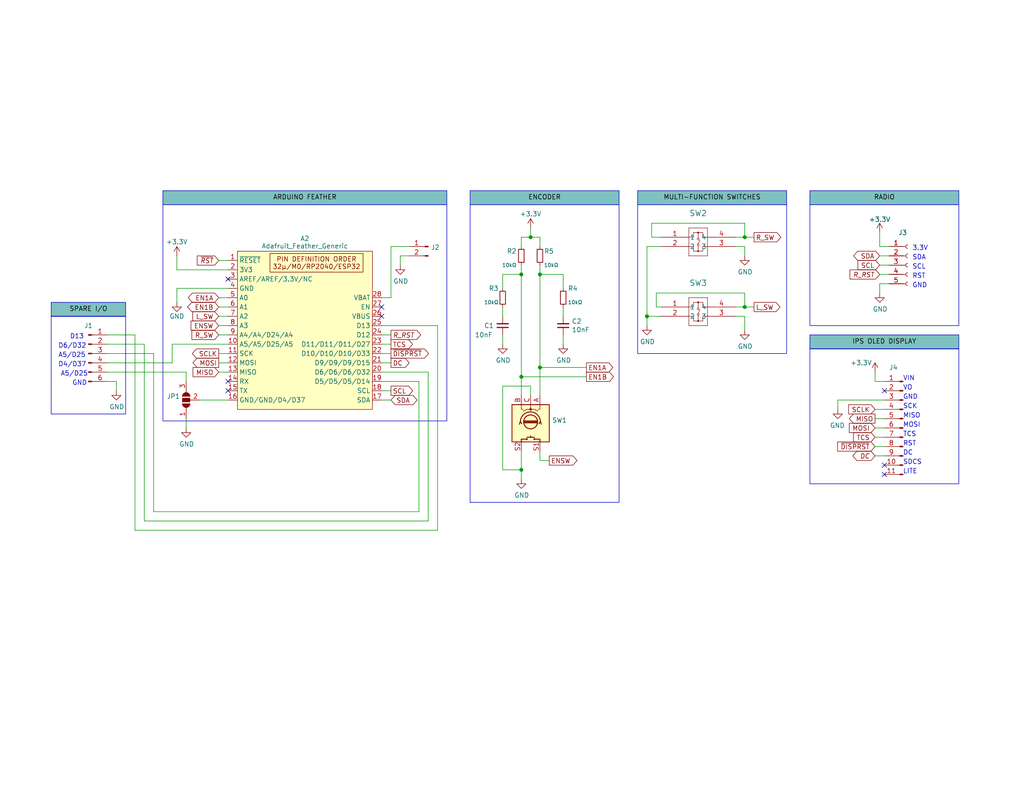
<source format=kicad_sch>
(kicad_sch (version 20230121) (generator eeschema)
  (paper "USLetter")
  (title_block (title "SI4732 RADIO CONTROLLER") (date "2023-01-29") (rev "Original") (comment 1 "Through Hole (TH) Design") (comment 2 "By: Nancy Gail Daniels - AD5EU"))
  (lib_symbols
    (symbol "+3.3V_1" (power) (pin_names (offset 0))
      (property "Value" "+3.3V_1" (at 0 3.556 0))
      (symbol "+3.3V_1_0_1"
        (polyline (pts (xy -0.762 1.27) (xy 0 2.54)))
        (polyline (pts (xy 0 0) (xy 0 2.54)))
        (polyline (pts (xy 0 2.54) (xy 0.762 1.27)))
      )
      (symbol "+3.3V_1_1_1"
        (pin power_in line (at 0 0 90) (length 0) hide (name "+3.3V") (number "1"))
      )
    )
    (symbol "+3.3V_7" (power) (pin_names (offset 0))
      (property "Value" "+3.3V_7" (at 0 3.556 0))
      (symbol "+3.3V_7_0_1"
        (polyline (pts (xy -0.762 1.27) (xy 0 2.54)))
        (polyline (pts (xy 0 0) (xy 0 2.54)))
        (polyline (pts (xy 0 2.54) (xy 0.762 1.27)))
      )
      (symbol "+3.3V_7_1_1"
        (pin power_in line (at 0 0 90) (length 0) hide (name "+3.3V") (number "1"))
      )
    )
    (symbol "Connector:Conn_01x02_Pin" (pin_names (offset 1.016) hide)
      (property "Reference" "J" (at 0 2.54 0))
      (property "Value" "Conn_01x02_Pin" (at 0 -5.08 0))
      (symbol "Conn_01x02_Pin_1_1"
        (polyline (pts (xy 1.27 -2.54) (xy 0.8636 -2.54)) (stroke (width 0.1524)))
        (polyline (pts (xy 1.27 0) (xy 0.8636 0)) (stroke (width 0.1524)))
        (rectangle (start 0.8636 -2.413) (end 0 -2.667) (stroke (width 0.1524)) (fill (type outline)))
        (rectangle (start 0.8636 0.127) (end 0 -0.127) (stroke (width 0.1524)) (fill (type outline)))
        (pin passive line (at 5.08 0 180) (length 3.81) (name "Pin_1") (number "1"))
        (pin passive line (at 5.08 -2.54 180) (length 3.81) (name "Pin_2") (number "2"))
      )
    )
    (symbol "Connector:Conn_01x05_Socket" (pin_names (offset 1.016) hide)
      (property "Reference" "J" (at 0 7.62 0))
      (property "Value" "Conn_01x05_Socket" (at 0 -7.62 0))
      (symbol "Conn_01x05_Socket_1_1"
        (arc (start 0 -4.572) (mid -0.5058 -5.08) (end 0 -5.588) (stroke (width 0.1524)))
        (arc (start 0 -2.032) (mid -0.5058 -2.54) (end 0 -3.048) (stroke (width 0.1524)))
        (polyline (pts (xy -1.27 -5.08) (xy -0.508 -5.08)) (stroke (width 0.1524)))
        (polyline (pts (xy -1.27 -2.54) (xy -0.508 -2.54)) (stroke (width 0.1524)))
        (polyline (pts (xy -1.27 0) (xy -0.508 0)) (stroke (width 0.1524)))
        (polyline (pts (xy -1.27 2.54) (xy -0.508 2.54)) (stroke (width 0.1524)))
        (polyline (pts (xy -1.27 5.08) (xy -0.508 5.08)) (stroke (width 0.1524)))
        (arc (start 0 0.508) (mid -0.5058 0) (end 0 -0.508) (stroke (width 0.1524)))
        (arc (start 0 3.048) (mid -0.5058 2.54) (end 0 2.032) (stroke (width 0.1524)))
        (arc (start 0 5.588) (mid -0.5058 5.08) (end 0 4.572) (stroke (width 0.1524)))
        (pin passive line (at -5.08 5.08 0) (length 3.81) (name "Pin_1") (number "1"))
        (pin passive line (at -5.08 2.54 0) (length 3.81) (name "Pin_2") (number "2"))
        (pin passive line (at -5.08 0 0) (length 3.81) (name "Pin_3") (number "3"))
        (pin passive line (at -5.08 -2.54 0) (length 3.81) (name "Pin_4") (number "4"))
        (pin passive line (at -5.08 -5.08 0) (length 3.81) (name "Pin_5") (number "5"))
      )
    )
    (symbol "Connector:Conn_01x06_Pin" (pin_names (offset 1.016) hide)
      (property "Reference" "J" (at 0 7.62 0))
      (property "Value" "Conn_01x06_Pin" (at 0 -10.16 0))
      (symbol "Conn_01x06_Pin_1_1"
        (polyline (pts (xy 1.27 -7.62) (xy 0.8636 -7.62)) (stroke (width 0.1524)))
        (polyline (pts (xy 1.27 -5.08) (xy 0.8636 -5.08)) (stroke (width 0.1524)))
        (polyline (pts (xy 1.27 -2.54) (xy 0.8636 -2.54)) (stroke (width 0.1524)))
        (polyline (pts (xy 1.27 0) (xy 0.8636 0)) (stroke (width 0.1524)))
        (polyline (pts (xy 1.27 2.54) (xy 0.8636 2.54)) (stroke (width 0.1524)))
        (polyline (pts (xy 1.27 5.08) (xy 0.8636 5.08)) (stroke (width 0.1524)))
        (rectangle (start 0.8636 -7.493) (end 0 -7.747) (stroke (width 0.1524)) (fill (type outline)))
        (rectangle (start 0.8636 -4.953) (end 0 -5.207) (stroke (width 0.1524)) (fill (type outline)))
        (rectangle (start 0.8636 -2.413) (end 0 -2.667) (stroke (width 0.1524)) (fill (type outline)))
        (rectangle (start 0.8636 0.127) (end 0 -0.127) (stroke (width 0.1524)) (fill (type outline)))
        (rectangle (start 0.8636 2.667) (end 0 2.413) (stroke (width 0.1524)) (fill (type outline)))
        (rectangle (start 0.8636 5.207) (end 0 4.953) (stroke (width 0.1524)) (fill (type outline)))
        (pin passive line (at 5.08 5.08 180) (length 3.81) (name "Pin_1") (number "1"))
        (pin passive line (at 5.08 2.54 180) (length 3.81) (name "Pin_2") (number "2"))
        (pin passive line (at 5.08 0 180) (length 3.81) (name "Pin_3") (number "3"))
        (pin passive line (at 5.08 -2.54 180) (length 3.81) (name "Pin_4") (number "4"))
        (pin passive line (at 5.08 -5.08 180) (length 3.81) (name "Pin_5") (number "5"))
        (pin passive line (at 5.08 -7.62 180) (length 3.81) (name "Pin_6") (number "6"))
      )
    )
    (symbol "Connector:Conn_01x11_Male" (pin_names (offset 1.016) hide)
      (property "Reference" "J" (at 0 15.24 0))
      (property "Value" "Conn_01x11_Male" (at 0 -15.24 0))
      (symbol "Conn_01x11_Male_1_1"
        (polyline (pts (xy 1.27 -12.7) (xy 0.8636 -12.7)) (stroke (width 0.1524)))
        (polyline (pts (xy 1.27 -10.16) (xy 0.8636 -10.16)) (stroke (width 0.1524)))
        (polyline (pts (xy 1.27 -7.62) (xy 0.8636 -7.62)) (stroke (width 0.1524)))
        (polyline (pts (xy 1.27 -5.08) (xy 0.8636 -5.08)) (stroke (width 0.1524)))
        (polyline (pts (xy 1.27 -2.54) (xy 0.8636 -2.54)) (stroke (width 0.1524)))
        (polyline (pts (xy 1.27 0) (xy 0.8636 0)) (stroke (width 0.1524)))
        (polyline (pts (xy 1.27 2.54) (xy 0.8636 2.54)) (stroke (width 0.1524)))
        (polyline (pts (xy 1.27 5.08) (xy 0.8636 5.08)) (stroke (width 0.1524)))
        (polyline (pts (xy 1.27 7.62) (xy 0.8636 7.62)) (stroke (width 0.1524)))
        (polyline (pts (xy 1.27 10.16) (xy 0.8636 10.16)) (stroke (width 0.1524)))
        (polyline (pts (xy 1.27 12.7) (xy 0.8636 12.7)) (stroke (width 0.1524)))
        (rectangle (start 0.8636 -12.573) (end 0 -12.827) (stroke (width 0.1524)) (fill (type outline)))
        (rectangle (start 0.8636 -10.033) (end 0 -10.287) (stroke (width 0.1524)) (fill (type outline)))
        (rectangle (start 0.8636 -7.493) (end 0 -7.747) (stroke (width 0.1524)) (fill (type outline)))
        (rectangle (start 0.8636 -4.953) (end 0 -5.207) (stroke (width 0.1524)) (fill (type outline)))
        (rectangle (start 0.8636 -2.413) (end 0 -2.667) (stroke (width 0.1524)) (fill (type outline)))
        (rectangle (start 0.8636 0.127) (end 0 -0.127) (stroke (width 0.1524)) (fill (type outline)))
        (rectangle (start 0.8636 2.667) (end 0 2.413) (stroke (width 0.1524)) (fill (type outline)))
        (rectangle (start 0.8636 5.207) (end 0 4.953) (stroke (width 0.1524)) (fill (type outline)))
        (rectangle (start 0.8636 7.747) (end 0 7.493) (stroke (width 0.1524)) (fill (type outline)))
        (rectangle (start 0.8636 10.287) (end 0 10.033) (stroke (width 0.1524)) (fill (type outline)))
        (rectangle (start 0.8636 12.827) (end 0 12.573) (stroke (width 0.1524)) (fill (type outline)))
        (pin passive line (at 5.08 12.7 180) (length 3.81) (name "Pin_1") (number "1"))
        (pin passive line (at 5.08 -10.16 180) (length 3.81) (name "Pin_10") (number "10"))
        (pin passive line (at 5.08 -12.7 180) (length 3.81) (name "Pin_11") (number "11"))
        (pin passive line (at 5.08 10.16 180) (length 3.81) (name "Pin_2") (number "2"))
        (pin passive line (at 5.08 7.62 180) (length 3.81) (name "Pin_3") (number "3"))
        (pin passive line (at 5.08 5.08 180) (length 3.81) (name "Pin_4") (number "4"))
        (pin passive line (at 5.08 2.54 180) (length 3.81) (name "Pin_5") (number "5"))
        (pin passive line (at 5.08 0 180) (length 3.81) (name "Pin_6") (number "6"))
        (pin passive line (at 5.08 -2.54 180) (length 3.81) (name "Pin_7") (number "7"))
        (pin passive line (at 5.08 -5.08 180) (length 3.81) (name "Pin_8") (number "8"))
        (pin passive line (at 5.08 -7.62 180) (length 3.81) (name "Pin_9") (number "9"))
      )
    )
    (symbol "D6R00F1LFS:D6R90F1LFS" (pin_names (offset 0.254))
      (property "Reference" "SW" (at 10.16 7.62 0))
      (property "Value" "D6R90F1LFS" (at 10.16 5.08 0))
      (symbol "D6R90F1LFS_0_1"
        (polyline (pts (xy 7.62 -5.08) (xy 12.7 -5.08)) (stroke (width 0.127)))
        (polyline (pts (xy 7.62 -2.54) (xy 8.89 -2.54)) (stroke (width 0.127)))
        (polyline (pts (xy 7.62 0) (xy 8.89 0)) (stroke (width 0.127)))
        (polyline (pts (xy 7.62 2.54) (xy 7.62 -5.08)) (stroke (width 0.127)))
        (polyline (pts (xy 8.89 -3.81) (xy 11.43 -3.81)) (stroke (width 0.127)))
        (polyline (pts (xy 8.89 -2.54) (xy 8.89 -3.81)) (stroke (width 0.127)))
        (polyline (pts (xy 8.89 1.27) (xy 8.89 0)) (stroke (width 0.127)))
        (polyline (pts (xy 8.89 1.27) (xy 11.43 1.27)) (stroke (width 0.127)))
        (polyline (pts (xy 10.16 -2.286) (xy 10.16 -3.81)) (stroke (width 0.127)))
        (polyline (pts (xy 10.16 -1.778) (xy 10.668 -0.762)) (stroke (width 0.127)))
        (polyline (pts (xy 10.16 1.27) (xy 10.16 -0.254)) (stroke (width 0.127)))
        (polyline (pts (xy 11.43 -3.81) (xy 11.43 -2.54)) (stroke (width 0.127)))
        (polyline (pts (xy 11.43 -2.54) (xy 12.7 -2.54)) (stroke (width 0.127)))
        (polyline (pts (xy 11.43 0) (xy 12.7 0)) (stroke (width 0.127)))
        (polyline (pts (xy 11.43 1.27) (xy 11.43 0)) (stroke (width 0.127)))
        (polyline (pts (xy 12.7 -5.08) (xy 12.7 2.54)) (stroke (width 0.127)))
        (polyline (pts (xy 12.7 2.54) (xy 7.62 2.54)) (stroke (width 0.127)))
        (circle (center 10.16 -3.81) (radius 0.127) (stroke (width 0.254)))
        (circle (center 10.16 -2.032) (radius 0.254) (stroke (width 0.127)))
        (circle (center 10.16 -0.508) (radius 0.254) (stroke (width 0.127)))
        (circle (center 10.16 1.27) (radius 0.127) (stroke (width 0.254)))
        (pin unspecified line (at 0 0 0) (length 7.62) (name "1") (number "1"))
        (pin unspecified line (at 0 -2.54 0) (length 7.62) (name "2") (number "2"))
        (pin unspecified line (at 20.32 -2.54 180) (length 7.62) (name "3") (number "3"))
        (pin unspecified line (at 20.32 0 180) (length 7.62) (name "4") (number "4"))
      )
    )
    (symbol "Device:C_Small" (pin_numbers hide) (pin_names (offset 0.254) hide)
      (property "Reference" "C" (at 0.254 1.778 0))
      (property "Value" "C_Small" (at 0.254 -2.032 0))
      (symbol "C_Small_0_1"
        (polyline (pts (xy -1.524 -0.508) (xy 1.524 -0.508)) (stroke (width 0.3302)))
        (polyline (pts (xy -1.524 0.508) (xy 1.524 0.508)) (stroke (width 0.3048)))
      )
      (symbol "C_Small_1_1"
        (pin passive line (at 0 2.54 270) (length 2.032) (name "~") (number "1"))
        (pin passive line (at 0 -2.54 90) (length 2.032) (name "~") (number "2"))
      )
    )
    (symbol "Device:R_Small" (pin_numbers hide) (pin_names (offset 0.254) hide)
      (property "Reference" "R" (at 0.762 0.508 0))
      (property "Value" "R_Small" (at 0.762 -1.016 0))
      (symbol "R_Small_0_1"
        (rectangle (start -0.762 1.778) (end 0.762 -1.778) (stroke (width 0.2032)))
      )
      (symbol "R_Small_1_1"
        (pin passive line (at 0 2.54 270) (length 0.762) (name "~") (number "1"))
        (pin passive line (at 0 -2.54 90) (length 0.762) (name "~") (number "2"))
      )
    )
    (symbol "Device:RotaryEncoder_Switch" (pin_names (offset 0.254) hide)
      (property "Reference" "SW" (at 0 6.604 0))
      (property "Value" "RotaryEncoder_Switch" (at 0 -6.604 0))
      (symbol "RotaryEncoder_Switch_0_1"
        (rectangle (start -5.08 5.08) (end 5.08 -5.08) (stroke (width 0.254)) (fill (type background)))
        (circle (center -3.81 0) (radius 0.254) (fill (type outline)))
        (circle (center -0.381 0) (radius 1.905) (stroke (width 0.254)))
        (arc (start -0.381 2.667) (mid -3.0988 -0.0635) (end -0.381 -2.794) (stroke (width 0.254)))
        (polyline (pts (xy -0.635 -1.778) (xy -0.635 1.778)) (stroke (width 0.254)))
        (polyline (pts (xy -0.381 -1.778) (xy -0.381 1.778)) (stroke (width 0.254)))
        (polyline (pts (xy -0.127 1.778) (xy -0.127 -1.778)) (stroke (width 0.254)))
        (polyline (pts (xy 3.81 0) (xy 3.429 0)) (stroke (width 0.254)))
        (polyline (pts (xy 3.81 1.016) (xy 3.81 -1.016)) (stroke (width 0.254)))
        (polyline (pts (xy -5.08 -2.54) (xy -3.81 -2.54) (xy -3.81 -2.032)))
        (polyline (pts (xy -5.08 2.54) (xy -3.81 2.54) (xy -3.81 2.032)))
        (polyline (pts (xy 0.254 -3.048) (xy -0.508 -2.794) (xy 0.127 -2.413)) (stroke (width 0.254)))
        (polyline (pts (xy 0.254 2.921) (xy -0.508 2.667) (xy 0.127 2.286)) (stroke (width 0.254)))
        (polyline (pts (xy 5.08 -2.54) (xy 4.318 -2.54) (xy 4.318 -1.016)) (stroke (width 0.254)))
        (polyline (pts (xy 5.08 2.54) (xy 4.318 2.54) (xy 4.318 1.016)) (stroke (width 0.254)))
        (polyline (pts (xy -5.08 0) (xy -3.81 0) (xy -3.81 -1.016) (xy -3.302 -2.032)))
        (polyline (pts (xy -4.318 0) (xy -3.81 0) (xy -3.81 1.016) (xy -3.302 2.032)))
        (circle (center 4.318 -1.016) (radius 0.127) (stroke (width 0.254)))
        (circle (center 4.318 1.016) (radius 0.127) (stroke (width 0.254)))
      )
      (symbol "RotaryEncoder_Switch_1_1"
        (pin passive line (at -7.62 2.54 0) (length 2.54) (name "A") (number "A"))
        (pin passive line (at -7.62 -2.54 0) (length 2.54) (name "B") (number "B"))
        (pin passive line (at -7.62 0 0) (length 2.54) (name "C") (number "C"))
        (pin passive line (at 7.62 2.54 180) (length 2.54) (name "S1") (number "S1"))
        (pin passive line (at 7.62 -2.54 180) (length 2.54) (name "S2") (number "S2"))
      )
    )
    (symbol "FeatherGeneric:Adafruit_Feather_Generic"
      (property "Reference" "A" (at 17.78 39.37 0))
      (property "Value" "Adafruit_Feather_Generic" (at -35.56 30.48 0))
      (symbol "Adafruit_Feather_Generic_1_1"
        (rectangle (start -41.91 27.94) (end -5.08 -15.24) (fill (type background)))
        (rectangle (start -33.02 27.305) (end -7.62 22.225))
        (text "PIN DEFINITION ORDER\n32µ/M0/RP2040/ESP32" (at -20.32 24.765 0) (effects (font (size 1.27 1.27))))
        (pin input line (at -44.45 25.4 0) (length 2.54) (name "~{RESET}") (number "1"))
        (pin bidirectional line (at -44.45 2.54 0) (length 2.54) (name "A5/A5/D25/A5") (number "10"))
        (pin bidirectional line (at -44.45 0 0) (length 2.54) (name "SCK") (number "11"))
        (pin bidirectional line (at -44.45 -2.54 0) (length 2.54) (name "MOSI") (number "12"))
        (pin bidirectional line (at -44.45 -5.08 0) (length 2.54) (name "MISO") (number "13"))
        (pin bidirectional line (at -44.45 -7.62 0) (length 2.54) (name "RX") (number "14"))
        (pin bidirectional line (at -44.45 -10.16 0) (length 2.54) (name "TX") (number "15"))
        (pin bidirectional line (at -44.45 -12.7 0) (length 2.54) (name "GND/GND/D4/D37") (number "16"))
        (pin bidirectional line (at -2.54 -12.7 180) (length 2.54) (name "SDA") (number "17"))
        (pin bidirectional line (at -2.54 -10.16 180) (length 2.54) (name "SCL") (number "18"))
        (pin bidirectional line (at -2.54 -7.62 180) (length 2.54) (name "D5/D5/D5/D14") (number "19"))
        (pin power_out line (at -44.45 22.86 0) (length 2.54) (name "3V3") (number "2"))
        (pin bidirectional line (at -2.54 -5.08 180) (length 2.54) (name "D6/D6/D6/D32") (number "20"))
        (pin bidirectional line (at -2.54 -2.54 180) (length 2.54) (name "D9/D9/D9/D15") (number "21"))
        (pin bidirectional line (at -2.54 0 180) (length 2.54) (name "D10/D10/D10/D33") (number "22"))
        (pin bidirectional line (at -2.54 2.54 180) (length 2.54) (name "D11/D11/D11/D27") (number "23"))
        (pin bidirectional line (at -2.54 5.08 180) (length 2.54) (name "D12") (number "24"))
        (pin bidirectional line (at -2.54 7.62 180) (length 2.54) (name "D13") (number "25"))
        (pin power_out line (at -2.54 10.16 180) (length 2.54) (name "VBUS") (number "26"))
        (pin input line (at -2.54 12.7 180) (length 2.54) (name "EN") (number "27"))
        (pin power_in line (at -2.54 15.24 180) (length 2.54) (name "VBAT") (number "28"))
        (pin no_connect line (at -44.45 20.32 0) (length 2.54) (name "AREF/AREF/3.3V/NC") (number "3"))
        (pin power_out line (at -44.45 17.78 0) (length 2.54) (name "GND") (number "4"))
        (pin bidirectional line (at -44.45 15.24 0) (length 2.54) (name "A0") (number "5"))
        (pin bidirectional line (at -44.45 12.7 0) (length 2.54) (name "A1") (number "6"))
        (pin bidirectional line (at -44.45 10.16 0) (length 2.54) (name "A2") (number "7"))
        (pin bidirectional line (at -44.45 7.62 0) (length 2.54) (name "A3") (number "8"))
        (pin bidirectional line (at -44.45 5.08 0) (length 2.54) (name "A4/A4/D24/A4") (number "9"))
      )
    )
    (symbol "GND_11" (power) (pin_names (offset 0))
      (property "Value" "GND_11" (at 0 -3.81 0))
      (symbol "GND_11_0_1"
        (polyline (pts (xy 0 0) (xy 0 -1.27) (xy 1.27 -1.27) (xy 0 -2.54) (xy -1.27 -1.27) (xy 0 -1.27)))
      )
      (symbol "GND_11_1_1"
        (pin power_in line (at 0 0 270) (length 0) hide (name "GND") (number "1"))
      )
    )
    (symbol "Jumper:SolderJumper_3_Open" (pin_names (offset 0) hide)
      (property "Reference" "JP" (at -2.54 -2.54 0))
      (property "Value" "SolderJumper_3_Open" (at 0 2.794 0))
      (symbol "SolderJumper_3_Open_0_1"
        (arc (start -1.016 1.016) (mid -2.0276 0) (end -1.016 -1.016))
        (arc (start -1.016 1.016) (mid -2.0276 0) (end -1.016 -1.016) (fill (type outline)))
        (rectangle (start -0.508 1.016) (end 0.508 -1.016) (fill (type outline)))
        (polyline (pts (xy -2.54 0) (xy -2.032 0)))
        (polyline (pts (xy -1.016 1.016) (xy -1.016 -1.016)))
        (polyline (pts (xy 0 -1.27) (xy 0 -1.016)))
        (polyline (pts (xy 1.016 1.016) (xy 1.016 -1.016)))
        (polyline (pts (xy 2.54 0) (xy 2.032 0)))
        (arc (start 1.016 -1.016) (mid 2.0276 0) (end 1.016 1.016))
        (arc (start 1.016 -1.016) (mid 2.0276 0) (end 1.016 1.016) (fill (type outline)))
      )
      (symbol "SolderJumper_3_Open_1_1"
        (pin passive line (at -5.08 0 0) (length 2.54) (name "A") (number "1"))
        (pin passive line (at 0 -3.81 90) (length 2.54) (name "C") (number "2"))
        (pin passive line (at 5.08 0 180) (length 2.54) (name "B") (number "3"))
      )
    )
    (symbol "power:+3.3V" (power) (pin_names (offset 0))
      (property "Value" "+3.3V" (at 0 3.556 0))
      (symbol "+3.3V_0_1"
        (polyline (pts (xy -0.762 1.27) (xy 0 2.54)))
        (polyline (pts (xy 0 0) (xy 0 2.54)))
        (polyline (pts (xy 0 2.54) (xy 0.762 1.27)))
      )
      (symbol "+3.3V_1_1"
        (pin power_in line (at 0 0 90) (length 0) hide (name "+3.3V") (number "1"))
      )
    )
    (symbol "power:GND" (power) (pin_names (offset 0))
      (property "Value" "GND" (at 0 -3.81 0))
      (symbol "GND_0_1"
        (polyline (pts (xy 0 0) (xy 0 -1.27) (xy 1.27 -1.27) (xy 0 -2.54) (xy -1.27 -1.27) (xy 0 -1.27)))
      )
      (symbol "GND_1_1"
        (pin power_in line (at 0 0 270) (length 0) hide (name "GND") (number "1"))
      )
    )
  )
  (junction (at 176.53 86.36))
  (junction (at 147.32 74.93))
  (junction (at 203.2 64.77))
  (junction (at 142.24 74.93))
  (junction (at 144.78 64.77))
  (junction (at 142.24 128.27))
  (junction (at 147.32 100.33))
  (junction (at 142.24 102.87))
  (junction (at 203.2 83.82))
  (no_connect (at 241.3 129.54))
  (no_connect (at 62.23 76.2))
  (no_connect (at 104.14 86.36))
  (no_connect (at 62.23 104.14))
  (no_connect (at 62.23 106.68))
  (no_connect (at 104.14 83.82))
  (no_connect (at 241.3 127))
  (no_connect (at 241.3 106.68))
  (wire (pts (xy 39.37 93.98) (xy 39.37 142.24)))
  (wire (pts (xy 240.03 63.5) (xy 240.03 67.31)))
  (wire (pts (xy 142.24 64.77) (xy 142.24 67.31)))
  (wire (pts (xy 104.14 81.28) (xy 106.68 81.28)))
  (wire (pts (xy 59.69 88.9) (xy 62.23 88.9)))
  (wire (pts (xy 180.34 67.31) (xy 176.53 67.31)))
  (wire (pts (xy 147.32 125.73) (xy 149.86 125.73)))
  (wire (pts (xy 29.21 99.06) (xy 46.99 99.06)))
  (wire (pts (xy 137.16 74.93) (xy 142.24 74.93)))
  (wire (pts (xy 242.57 77.47) (xy 240.03 77.47)))
  (wire (pts (xy 50.8 114.3) (xy 50.8 116.84)))
  (wire (pts (xy 59.69 71.12) (xy 62.23 71.12)))
  (wire (pts (xy 29.21 104.14) (xy 31.75 104.14)))
  (wire (pts (xy 106.68 67.31) (xy 111.76 67.31)))
  (wire (pts (xy 54.61 109.22) (xy 62.23 109.22)))
  (wire (pts (xy 137.16 128.27) (xy 142.24 128.27)))
  (wire (pts (xy 203.2 67.31) (xy 203.2 69.85)))
  (wire (pts (xy 59.69 83.82) (xy 62.23 83.82)))
  (wire (pts (xy 116.84 101.6) (xy 116.84 142.24)))
  (wire (pts (xy 147.32 74.93) (xy 147.32 72.39)))
  (wire (pts (xy 137.16 78.74) (xy 137.16 74.93)))
  (wire (pts (xy 104.14 93.98) (xy 106.68 93.98)))
  (wire (pts (xy 46.99 99.06) (xy 46.99 93.98)))
  (wire (pts (xy 106.68 81.28) (xy 106.68 67.31)))
  (wire (pts (xy 50.8 104.14) (xy 50.8 101.6)))
  (wire (pts (xy 104.14 99.06) (xy 106.68 99.06)))
  (wire (pts (xy 176.53 67.31) (xy 176.53 86.36)))
  (wire (pts (xy 238.76 116.84) (xy 241.3 116.84)))
  (wire (pts (xy 203.2 86.36) (xy 203.2 90.17)))
  (wire (pts (xy 144.78 105.41) (xy 137.16 105.41)))
  (wire (pts (xy 144.78 64.77) (xy 144.78 62.23)))
  (wire (pts (xy 31.75 104.14) (xy 31.75 106.68)))
  (wire (pts (xy 238.76 119.38) (xy 241.3 119.38)))
  (wire (pts (xy 177.8 60.96) (xy 203.2 60.96)))
  (wire (pts (xy 142.24 74.93) (xy 142.24 102.87)))
  (wire (pts (xy 137.16 83.82) (xy 137.16 86.36)))
  (wire (pts (xy 240.03 67.31) (xy 242.57 67.31)))
  (wire (pts (xy 48.26 69.85) (xy 48.26 73.66)))
  (wire (pts (xy 203.2 83.82) (xy 205.74 83.82)))
  (wire (pts (xy 137.16 105.41) (xy 137.16 128.27)))
  (wire (pts (xy 203.2 64.77) (xy 200.66 64.77)))
  (wire (pts (xy 104.14 96.52) (xy 106.68 96.52)))
  (wire (pts (xy 240.03 74.93) (xy 242.57 74.93)))
  (wire (pts (xy 144.78 64.77) (xy 142.24 64.77)))
  (wire (pts (xy 104.14 106.68) (xy 106.68 106.68)))
  (wire (pts (xy 238.76 104.14) (xy 241.3 104.14)))
  (wire (pts (xy 180.34 83.82) (xy 179.07 83.82)))
  (wire (pts (xy 137.16 91.44) (xy 137.16 93.98)))
  (wire (pts (xy 238.76 114.3) (xy 241.3 114.3)))
  (wire (pts (xy 29.21 93.98) (xy 39.37 93.98)))
  (wire (pts (xy 142.24 74.93) (xy 142.24 72.39)))
  (wire (pts (xy 238.76 101.6) (xy 238.76 104.14)))
  (wire (pts (xy 142.24 102.87) (xy 142.24 107.95)))
  (wire (pts (xy 153.67 74.93) (xy 153.67 78.74)))
  (wire (pts (xy 46.99 93.98) (xy 62.23 93.98)))
  (wire (pts (xy 238.76 124.46) (xy 241.3 124.46)))
  (wire (pts (xy 203.2 64.77) (xy 205.74 64.77)))
  (wire (pts (xy 147.32 74.93) (xy 153.67 74.93)))
  (wire (pts (xy 41.91 139.7) (xy 41.91 96.52)))
  (wire (pts (xy 240.03 72.39) (xy 242.57 72.39)))
  (wire (pts (xy 104.14 101.6) (xy 116.84 101.6)))
  (wire (pts (xy 59.69 91.44) (xy 62.23 91.44)))
  (wire (pts (xy 116.84 142.24) (xy 39.37 142.24)))
  (wire (pts (xy 29.21 91.44) (xy 36.83 91.44)))
  (wire (pts (xy 48.26 78.74) (xy 48.26 82.55)))
  (wire (pts (xy 238.76 111.76) (xy 241.3 111.76)))
  (wire (pts (xy 144.78 64.77) (xy 147.32 64.77)))
  (wire (pts (xy 203.2 60.96) (xy 203.2 64.77)))
  (wire (pts (xy 142.24 102.87) (xy 160.02 102.87)))
  (wire (pts (xy 109.22 69.85) (xy 111.76 69.85)))
  (wire (pts (xy 119.38 88.9) (xy 119.38 144.78)))
  (wire (pts (xy 59.69 81.28) (xy 62.23 81.28)))
  (wire (pts (xy 147.32 74.93) (xy 147.32 100.33)))
  (wire (pts (xy 147.32 100.33) (xy 160.02 100.33)))
  (wire (pts (xy 62.23 78.74) (xy 48.26 78.74)))
  (wire (pts (xy 203.2 86.36) (xy 200.66 86.36)))
  (wire (pts (xy 119.38 144.78) (xy 36.83 144.78)))
  (wire (pts (xy 242.57 69.85) (xy 240.03 69.85)))
  (wire (pts (xy 177.8 64.77) (xy 177.8 60.96)))
  (wire (pts (xy 200.66 67.31) (xy 203.2 67.31)))
  (wire (pts (xy 238.76 121.92) (xy 241.3 121.92)))
  (wire (pts (xy 62.23 73.66) (xy 48.26 73.66)))
  (wire (pts (xy 142.24 128.27) (xy 142.24 130.81)))
  (wire (pts (xy 29.21 101.6) (xy 50.8 101.6)))
  (wire (pts (xy 144.78 107.95) (xy 144.78 105.41)))
  (wire (pts (xy 104.14 88.9) (xy 119.38 88.9)))
  (wire (pts (xy 176.53 86.36) (xy 180.34 86.36)))
  (wire (pts (xy 59.69 101.6) (xy 62.23 101.6)))
  (wire (pts (xy 109.22 69.85) (xy 109.22 72.39)))
  (wire (pts (xy 240.03 77.47) (xy 240.03 80.01)))
  (wire (pts (xy 36.83 91.44) (xy 36.83 144.78)))
  (wire (pts (xy 179.07 80.01) (xy 203.2 80.01)))
  (wire (pts (xy 228.6 109.22) (xy 228.6 111.76)))
  (wire (pts (xy 104.14 109.22) (xy 106.68 109.22)))
  (wire (pts (xy 203.2 80.01) (xy 203.2 83.82)))
  (wire (pts (xy 59.69 99.06) (xy 62.23 99.06)))
  (wire (pts (xy 41.91 139.7) (xy 114.3 139.7)))
  (wire (pts (xy 114.3 104.14) (xy 114.3 139.7)))
  (wire (pts (xy 147.32 64.77) (xy 147.32 67.31)))
  (wire (pts (xy 153.67 93.98) (xy 153.67 91.44)))
  (wire (pts (xy 142.24 128.27) (xy 142.24 123.19)))
  (wire (pts (xy 180.34 64.77) (xy 177.8 64.77)))
  (wire (pts (xy 176.53 86.36) (xy 176.53 88.9)))
  (wire (pts (xy 179.07 83.82) (xy 179.07 80.01)))
  (wire (pts (xy 147.32 100.33) (xy 147.32 107.95)))
  (wire (pts (xy 203.2 83.82) (xy 200.66 83.82)))
  (wire (pts (xy 153.67 86.36) (xy 153.67 83.82)))
  (wire (pts (xy 104.14 91.44) (xy 106.68 91.44)))
  (wire (pts (xy 147.32 123.19) (xy 147.32 125.73)))
  (wire (pts (xy 59.69 96.52) (xy 62.23 96.52)))
  (wire (pts (xy 41.91 96.52) (xy 29.21 96.52)))
  (wire (pts (xy 241.3 109.22) (xy 228.6 109.22)))
  (wire (pts (xy 59.69 86.36) (xy 62.23 86.36)))
  (wire (pts (xy 104.14 104.14) (xy 114.3 104.14)))
  (rectangle (start 220.98 55.88) (end 261.62 88.9))
  (rectangle (start 173.99 55.88) (end 214.63 96.52))
  (rectangle (start 44.45 55.88) (end 121.92 114.935))
  (rectangle (start 13.97 86.36) (end 34.29 113.03))
  (rectangle (start 220.98 95.25) (end 261.62 132.08))
  (rectangle (start 128.27 55.88) (end 168.91 137.16))
  (text_box "RADIO" (at 220.98 52.07 0) (size 40.64 3.81) (fill (type color) (color 0 132 132 0.5)) (effects (font (size 1.27 1.27)) (justify top)))
  (text_box "IPS OLED DISPLAY" (at 220.98 91.44 0) (size 40.64 3.81) (fill (type color) (color 0 132 132 0.5)) (effects (font (size 1.27 1.27)) (justify top)))
  (text_box "MULTI-FUNCTION SWITCHES" (at 173.99 52.07 0) (size 40.64 3.81) (fill (type color) (color 0 132 132 0.5)) (effects (font (size 1.27 1.27)) (justify top)))
  (text_box "ARDUINO FEATHER" (at 44.45 52.07 0) (size 77.47 3.81) (fill (type color) (color 0 132 132 0.5)) (effects (font (size 1.27 1.27)) (justify top)))
  (text_box "SPARE I/O" (at 13.97 82.55 0) (size 20.32 3.81) (fill (type color) (color 0 132 132 0.5)) (effects (font (size 1.27 1.27)) (justify top)))
  (text_box "ENCODER" (at 128.27 52.07 0) (size 40.64 3.81) (fill (type color) (color 0 132 132 0.5)) (effects (font (size 1.27 1.27)) (justify top)))
  (text "SCL" (at 248.92 73.66 0) (effects (font (size 1.27 1.27)) (justify left bottom)))
  (text "SDCS" (at 246.38 127 0) (effects (font (size 1.27 1.27)) (justify left bottom)))
  (text "SDA" (at 248.92 71.12 0) (effects (font (size 1.27 1.27)) (justify left bottom)))
  (text "SCK" (at 246.38 111.76 0) (effects (font (size 1.27 1.27)) (justify left bottom)))
  (text "A5/D25" (at 16.51 102.87 0) (effects (font (size 1.27 1.27)) (justify left bottom)))
  (text "RST" (at 248.92 76.2 0) (effects (font (size 1.27 1.27)) (justify left bottom)))
  (text "VO" (at 246.38 106.68 0) (effects (font (size 1.27 1.27)) (justify left bottom)))
  (text "DC" (at 246.38 124.46 0) (effects (font (size 1.27 1.27)) (justify left bottom)))
  (text "VIN" (at 246.38 104.14 0) (effects (font (size 1.27 1.27)) (justify left bottom)))
  (text "TCS" (at 246.38 119.38 0) (effects (font (size 1.27 1.27)) (justify left bottom)))
  (text "LITE" (at 246.38 129.54 0) (effects (font (size 1.27 1.27)) (justify left bottom)))
  (text "MISO" (at 246.38 114.3 0) (effects (font (size 1.27 1.27)) (justify left bottom)))
  (text "MOSI" (at 246.38 116.84 0) (effects (font (size 1.27 1.27)) (justify left bottom)))
  (text "GND" (at 246.38 109.22 0) (effects (font (size 1.27 1.27)) (justify left bottom)))
  (text "RST" (at 246.38 121.92 0) (effects (font (size 1.27 1.27)) (justify left bottom)))
  (text "3.3V" (at 248.92 68.58 0) (effects (font (size 1.27 1.27)) (justify left bottom)))
  (text "A5/D25" (at 15.875 97.79 0) (effects (font (size 1.27 1.27)) (justify left bottom)))
  (text "D4/D37" (at 15.875 100.33 0) (effects (font (size 1.27 1.27)) (justify left bottom)))
  (text "GND" (at 19.685 105.41 0) (effects (font (size 1.27 1.27)) (justify left bottom)))
  (text "GND" (at 248.92 78.74 0) (effects (font (size 1.27 1.27)) (justify left bottom)))
  (text "D6/D32" (at 15.875 95.25 0) (effects (font (size 1.27 1.27)) (justify left bottom)))
  (text "D13" (at 19.05 92.71 0) (effects (font (size 1.27 1.27)) (justify left bottom)))
  (global_label "SCLK" (shape output) (at 59.69 96.52 180) (property "Intersheetrefs" "${INTERSHEET_REFS}" (effects hide)))
  (global_label "~{RST}" (shape input) (at 59.69 71.12 180) (effects (font italic)) (property "Intersheetrefs" "${INTERSHEET_REFS}" (effects hide)))
  (global_label "R_SW" (shape input) (at 59.69 91.44 180) (property "Intersheetrefs" "${INTERSHEET_REFS}" (effects hide)))
  (global_label "ENSW" (shape input) (at 59.69 88.9 180) (property "Intersheetrefs" "${INTERSHEET_REFS}" (effects hide)))
  (global_label "EN1A" (shape bidirectional) (at 59.69 81.28 180) (property "Intersheetrefs" "${INTERSHEET_REFS}" (effects hide)))
  (global_label "TCS" (shape output) (at 106.68 93.98 0) (property "Intersheetrefs" "${INTERSHEET_REFS}" (effects hide)))
  (global_label "MOSI" (shape output) (at 59.69 99.06 180) (property "Intersheetrefs" "${INTERSHEET_REFS}" (effects hide)))
  (global_label "ENSW" (shape output) (at 149.86 125.73 0) (property "Intersheetrefs" "${INTERSHEET_REFS}" (effects hide)))
  (global_label "R_RST" (shape input) (at 240.03 74.93 180) (effects (font italic)) (property "Intersheetrefs" "${INTERSHEET_REFS}" (effects hide)))
  (global_label "DC" (shape output) (at 106.68 99.06 0) (property "Intersheetrefs" "${INTERSHEET_REFS}" (effects hide)))
  (global_label "SCL" (shape output) (at 106.68 106.68 0) (property "Intersheetrefs" "${INTERSHEET_REFS}" (effects hide)))
  (global_label "MISO" (shape output) (at 238.76 114.3 180) (property "Intersheetrefs" "${INTERSHEET_REFS}" (effects hide)))
  (global_label "EN1B" (shape output) (at 160.02 102.87 0) (property "Intersheetrefs" "${INTERSHEET_REFS}" (effects hide)))
  (global_label "MISO" (shape input) (at 59.69 101.6 180) (property "Intersheetrefs" "${INTERSHEET_REFS}" (effects hide)))
  (global_label "~{DISPRST}" (shape output) (at 106.68 96.52 0) (property "Intersheetrefs" "${INTERSHEET_REFS}" (effects hide)))
  (global_label "MOSI" (shape input) (at 238.76 116.84 180) (property "Intersheetrefs" "${INTERSHEET_REFS}" (effects hide)))
  (global_label "R_SW" (shape output) (at 205.74 64.77 0) (property "Intersheetrefs" "${INTERSHEET_REFS}" (effects hide)))
  (global_label "SDA" (shape bidirectional) (at 106.68 109.22 0) (property "Intersheetrefs" "${INTERSHEET_REFS}" (effects hide)))
  (global_label "SDA" (shape bidirectional) (at 240.03 69.85 180) (property "Intersheetrefs" "${INTERSHEET_REFS}" (effects hide)))
  (global_label "L_SW" (shape input) (at 59.69 86.36 180) (property "Intersheetrefs" "${INTERSHEET_REFS}" (effects hide)))
  (global_label "EN1B" (shape bidirectional) (at 59.69 83.82 180) (property "Intersheetrefs" "${INTERSHEET_REFS}" (effects hide)))
  (global_label "R_RST" (shape output) (at 106.68 91.44 0) (effects (font italic)) (property "Intersheetrefs" "${INTERSHEET_REFS}" (effects hide)))
  (global_label "SCL" (shape input) (at 240.03 72.39 180) (property "Intersheetrefs" "${INTERSHEET_REFS}" (effects hide)))
  (global_label "SCLK" (shape input) (at 238.76 111.76 180) (property "Intersheetrefs" "${INTERSHEET_REFS}" (effects hide)))
  (global_label "~{DISPRST}" (shape input) (at 238.76 121.92 180) (property "Intersheetrefs" "${INTERSHEET_REFS}" (effects hide)))
  (global_label "DC" (shape bidirectional) (at 238.76 124.46 180) (effects (font italic)) (property "Intersheetrefs" "${INTERSHEET_REFS}" (effects hide)))
  (global_label "L_SW" (shape output) (at 205.74 83.82 0) (property "Intersheetrefs" "${INTERSHEET_REFS}" (effects hide)))
  (global_label "EN1A" (shape output) (at 160.02 100.33 0) (property "Intersheetrefs" "${INTERSHEET_REFS}" (effects hide)))
  (global_label "TCS" (shape input) (at 238.76 119.38 180) (property "Intersheetrefs" "${INTERSHEET_REFS}" (effects hide)))
  (symbol (lib_id "Device:C_Small") (at 153.67 88.9 180) (unit 1)
    (property "Reference" "C2" (at 156.0068 87.7316 0) (effects (justify right)))
    (property "Value" "10nF" (at 156.0068 90.043 0) (effects (justify right)))
    (property "Footprint" "Capacitor_THT:C_Disc_D3.0mm_W1.6mm_P2.50mm" (effects hide))
    (property "Mfr" "Kemet" (effects hide))
    (property "Mfr #" "C315C103K5R5TA" (effects hide))
    (property "Digikey" "399-4148-ND" (effects hide))
  )
  (symbol (lib_id "power:GND") (at 176.53 88.9 0) (unit 1)
    (property "Reference" "#PWR09" (effects hide))
    (property "Value" "GND" (at 176.657 93.2942 0))
  )
  (symbol (lib_id "power:GND") (at 109.22 72.39 0) (unit 1)
    (property "Reference" "#PWR013" (effects hide))
    (property "Value" "GND" (at 109.347 76.7842 0))
  )
  (symbol (lib_id "D6R00F1LFS:D6R90F1LFS") (at 180.34 83.82 0) (unit 1)
    (property "Reference" "SW3" (at 190.5 77.2637 0) (effects (font (size 1.524 1.524))))
    (property "Value" "D6R90F1LFS" (effects hide))
    (property "Footprint" "D6R00F1LFS:D6R_CNK" (effects hide))
    (property "Datasheet" "D6R90F1LFS" (effects hide))
    (property "Mfr" "C&K" (effects hide))
    (property "Mfr #" "D6R90 F1 LFS" (effects hide))
    (property "Digikey" "401-1978-ND" (effects hide))
  )
  (symbol (lib_id "power:GND") (at 50.8 116.84 0) (unit 1)
    (property "Reference" "#PWR011" (effects hide))
    (property "Value" "GND" (at 50.927 121.2342 0))
  )
  (symbol (lib_id "Connector:Conn_01x02_Pin") (at 116.84 67.31 0) (mirror y) (unit 1)
    (property "Reference" "J2" (at 117.5512 67.556 0) (effects (justify right)))
    (property "Value" "Conn_01x02_Pin" (effects hide))
    (property "Footprint" "Connector_JST:JST_PH_S2B-PH-K_1x02_P2.00mm_Horizontal" (effects hide))
  )
  (symbol (lib_id "Device:R_Small") (at 142.24 69.85 180) (unit 1)
    (property "Reference" "R2" (at 140.97 68.58 0) (effects (justify left)))
    (property "Value" "10kΩ" (at 140.97 72.39 0) (effects (font (size 0.9906 0.9906)) (justify left)))
    (property "Footprint" "Resistor_THT:R_Axial_DIN0207_L6.3mm_D2.5mm_P7.62mm_Horizontal" (effects hide))
    (property "Mfr #" "CFR-25JR-52-10K" (effects hide))
  )
  (symbol (lib_id "power:GND") (at 31.75 106.68 0) (unit 1)
    (property "Reference" "#PWR012" (effects hide))
    (property "Value" "GND" (at 31.877 111.0742 0))
  )
  (symbol (lib_id "power:GND") (at 203.2 90.17 0) (unit 1)
    (property "Reference" "#PWR08" (effects hide))
    (property "Value" "GND" (at 203.327 94.5642 0))
  )
  (symbol (lib_id "D6R00F1LFS:D6R90F1LFS") (at 180.34 64.77 0) (unit 1)
    (property "Reference" "SW2" (at 190.5 58.2137 0) (effects (font (size 1.524 1.524))))
    (property "Value" "D6R90F1LFS" (effects hide))
    (property "Footprint" "D6R00F1LFS:D6R_CNK" (effects hide))
    (property "Datasheet" "D6R90F1LFS" (effects hide))
    (property "Mfr" "C&K" (effects hide))
    (property "Mfr #" "D6R90 F1 LFS" (effects hide))
    (property "Digikey" "401-1978-ND" (effects hide))
  )
  (symbol (lib_id "Connector:Conn_01x06_Pin") (at 24.13 96.52 0) (unit 1)
    (property "Reference" "J1" (at 24.13 88.9 0))
    (property "Value" "Conn_01x06_Pin" (effects hide))
    (property "Footprint" "Connector_PinHeader_2.54mm:PinHeader_1x06_P2.54mm_Vertical" (effects hide))
  )
  (symbol (lib_id "power:+3.3V") (at 240.03 63.5 0) (unit 1)
    (property "Reference" "#PWR0101" (effects hide))
    (property "Value" "+3.3V" (at 240.03 59.9242 0))
  )
  (symbol (lib_id "power:GND") (at 48.26 82.55 0) (unit 1)
    (property "Reference" "#PWR04" (effects hide))
    (property "Value" "GND" (at 48.26 86.36 0))
  )
  (symbol (lib_id "Device:R_Small") (at 137.16 81.28 0) (unit 1)
    (property "Reference" "R3" (at 133.35 78.74 0) (effects (justify left)))
    (property "Value" "10kΩ" (at 132.08 82.55 0) (effects (font (size 0.9906 0.9906)) (justify left)))
    (property "Footprint" "Resistor_THT:R_Axial_DIN0207_L6.3mm_D2.5mm_P7.62mm_Horizontal" (effects hide))
    (property "Mfr" "Yageo" (effects hide))
    (property "Mfr #" "CFR-25JR-52-10K" (effects hide))
    (property "Digikey" "3-CFR-25JR-52-10KCT-ND" (effects hide))
  )
  (symbol (lib_name "+3.3V_7") (lib_id "power:+3.3V") (at 238.76 101.6 0) (unit 1)
    (property "Reference" "#PWR0114" (effects hide))
    (property "Value" "+3.3V" (at 234.95 99.06 0))
  )
  (symbol (lib_name "+3.3V_1") (lib_id "power:+3.3V") (at 144.78 62.23 0) (unit 1)
    (property "Reference" "#PWR02" (effects hide))
    (property "Value" "+3.3V" (at 144.78 58.42 0))
  )
  (symbol (lib_id "Connector:Conn_01x11_Male") (at 246.38 116.84 0) (mirror y) (unit 1)
    (property "Reference" "J4" (at 242.57 100.33 0) (effects (justify right)))
    (property "Value" "Conn_01x11_Male" (effects hide))
    (property "Footprint" "5394_1.9in_TFT:Display" (effects hide))
  )
  (symbol (lib_id "Device:RotaryEncoder_Switch") (at 144.78 115.57 270) (unit 1)
    (property "Reference" "SW1" (at 150.622 114.7353 90) (effects (justify left)))
    (property "Value" "RotaryEncoder_Switch" (effects hide))
    (property "Footprint" "Rotary_Encoder:RotaryEncoder_Alps_EC11E-Switch_Vertical_H20mm" (effects hide))
  )
  (symbol (lib_id "FeatherGeneric:Adafruit_Feather_Generic") (at 106.68 96.52 0) (unit 1)
    (property "Reference" "A2" (at 83.185 65.127 0))
    (property "Value" "Adafruit_Feather_Generic" (at 83.185 67.175 0))
    (property "Footprint" "Module:Adafruit_Feather_WithMountingHoles" (effects hide))
    (property "Datasheet" "https://cdn-learn.adafruit.com/downloads/pdf/adafruit-feather.pdf" (effects hide))
  )
  (symbol (lib_id "power:GND") (at 240.03 80.01 0) (unit 1)
    (property "Reference" "#PWR01" (effects hide))
    (property "Value" "GND" (at 240.157 84.4042 0))
  )
  (symbol (lib_id "Jumper:SolderJumper_3_Open") (at 50.8 109.22 90) (unit 1)
    (property "Reference" "JP1" (at 49.149 108.196 90) (effects (justify left)))
    (property "Value" "SolderJumper_3_Open" (effects hide))
    (property "Footprint" "Jumper:SolderJumper-3_P1.3mm_Open_RoundedPad1.0x1.5mm" (effects hide))
  )
  (symbol (lib_id "Device:R_Small") (at 147.32 69.85 180) (unit 1)
    (property "Reference" "R5" (at 151.13 68.58 0) (effects (justify left)))
    (property "Value" "10kΩ" (at 152.4 72.39 0) (effects (font (size 0.9906 0.9906)) (justify left)))
    (property "Footprint" "Resistor_THT:R_Axial_DIN0207_L6.3mm_D2.5mm_P7.62mm_Horizontal" (effects hide))
    (property "Mfr" "Yageo" (effects hide))
    (property "Mfr #" "CFR-25JR-52-10K" (effects hide))
    (property "Digikey" "13-CFR-25JR-52-10KCT-ND" (effects hide))
  )
  (symbol (lib_name "GND_11") (lib_id "power:GND") (at 228.6 111.76 0) (mirror y) (unit 1)
    (property "Reference" "#PWR0116" (effects hide))
    (property "Value" "GND" (at 228.473 116.1542 0))
  )
  (symbol (lib_id "power:+3.3V") (at 48.26 69.85 0) (unit 1)
    (property "Reference" "#PWR03" (effects hide))
    (property "Value" "+3.3V" (at 48.26 66.04 0))
  )
  (symbol (lib_id "power:GND") (at 153.67 93.98 0) (unit 1)
    (property "Reference" "#PWR07" (effects hide))
    (property "Value" "GND" (at 153.797 98.3742 0))
  )
  (symbol (lib_id "power:GND") (at 142.24 130.81 0) (unit 1)
    (property "Reference" "#PWR05" (effects hide))
    (property "Value" "GND" (at 142.367 135.2042 0))
  )
  (symbol (lib_id "Connector:Conn_01x05_Socket") (at 247.65 72.39 0) (unit 1)
    (property "Reference" "J3" (at 245.11 63.5 0) (effects (justify left)))
    (property "Value" "Conn_01x05_Socket" (effects hide))
    (property "Footprint" "Connector_PinSocket_2.54mm:PinSocket_1x05_P2.54mm_Vertical" (effects hide))
  )
  (symbol (lib_id "Device:R_Small") (at 153.67 81.28 0) (unit 1)
    (property "Reference" "R4" (at 154.94 78.74 0) (effects (justify left)))
    (property "Value" "10kΩ" (at 154.94 82.55 0) (effects (font (size 0.9906 0.9906)) (justify left)))
    (property "Footprint" "Resistor_THT:R_Axial_DIN0207_L6.3mm_D2.5mm_P7.62mm_Horizontal" (effects hide))
    (property "Mfr" "Yageo" (effects hide))
    (property "Mfr #" "CFR-25JR-52-10K" (effects hide))
    (property "Digikey" "3-CFR-25JR-52-10KCT-ND" (effects hide))
  )
  (symbol (lib_id "power:GND") (at 203.2 69.85 0) (unit 1)
    (property "Reference" "#PWR010" (effects hide))
    (property "Value" "GND" (at 203.327 74.2442 0))
  )
  (symbol (lib_id "Device:C_Small") (at 137.16 88.9 180) (unit 1)
    (property "Reference" "C1" (at 132.08 88.9 0) (effects (justify right)))
    (property "Value" "10nF" (at 129.54 91.44 0) (effects (justify right)))
    (property "Footprint" "Capacitor_THT:C_Disc_D3.0mm_W1.6mm_P2.50mm" (effects hide))
    (property "Mfr" "Kemet" (effects hide))
    (property "Mfr #" "C315C103K5R5TA" (effects hide))
    (property "Digikey" "399-4148-ND" (effects hide))
  )
  (symbol (lib_id "power:GND") (at 137.16 93.98 0) (unit 1)
    (property "Reference" "#PWR06" (effects hide))
    (property "Value" "GND" (at 137.287 98.3742 0))
  )
)
</source>
